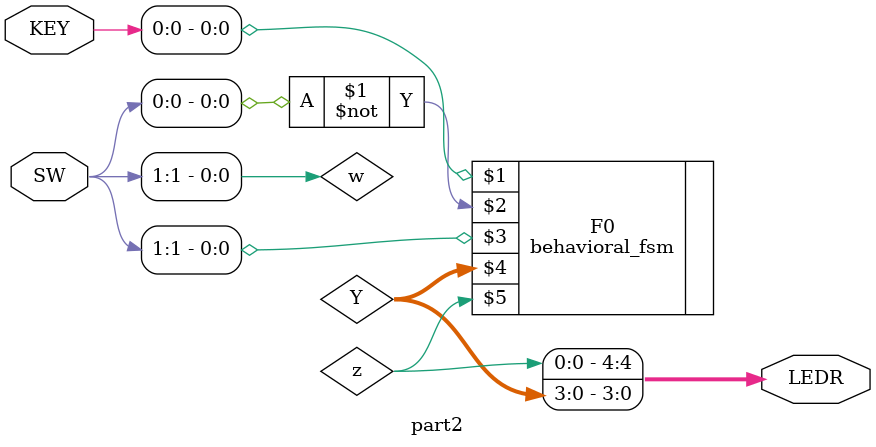
<source format=v>
module part2 (SW, KEY, LEDR);
  input [1:0] SW;
  input [1:0] KEY;
  output [4:0] LEDR;

  wire [3:0] Y;
  wire w, z;

  assign w = SW[1];

  behavioral_fsm F0 (KEY[0], ~SW[0], w, Y, z);

  assign LEDR[3:0] = Y;
  assign LEDR[4] = z;
endmodule
</source>
